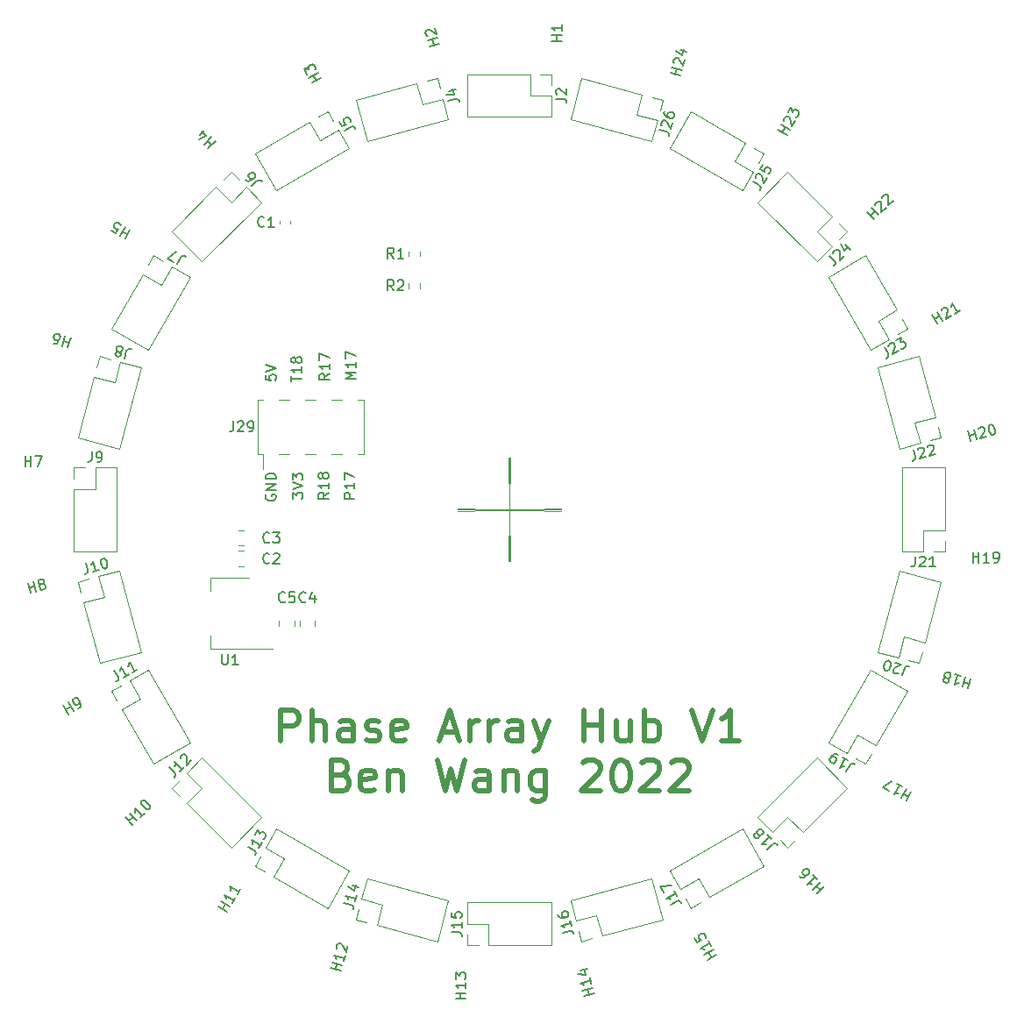
<source format=gto>
%TF.GenerationSoftware,KiCad,Pcbnew,(6.0.9)*%
%TF.CreationDate,2022-11-25T11:26:23-05:00*%
%TF.ProjectId,hub,6875622e-6b69-4636-9164-5f7063625858,rev?*%
%TF.SameCoordinates,Original*%
%TF.FileFunction,Legend,Top*%
%TF.FilePolarity,Positive*%
%FSLAX46Y46*%
G04 Gerber Fmt 4.6, Leading zero omitted, Abs format (unit mm)*
G04 Created by KiCad (PCBNEW (6.0.9)) date 2022-11-25 11:26:23*
%MOMM*%
%LPD*%
G01*
G04 APERTURE LIST*
%ADD10C,0.100000*%
%ADD11C,0.150000*%
%ADD12C,0.500000*%
%ADD13C,0.120000*%
G04 APERTURE END LIST*
D10*
X-5000000Y100000D02*
X5000000Y-100000D01*
X0Y-5000000D02*
X0Y5000000D01*
X-5000000Y-100000D02*
X5000000Y100000D01*
X-5000000Y0D02*
X5000000Y0D01*
X-100000Y-5000000D02*
X100000Y5000000D01*
X100000Y-5000000D02*
X-100000Y5000000D01*
D11*
X-23547619Y13009523D02*
X-23547619Y12533333D01*
X-23071428Y12485714D01*
X-23119047Y12533333D01*
X-23166666Y12628571D01*
X-23166666Y12866666D01*
X-23119047Y12961904D01*
X-23071428Y13009523D01*
X-22976190Y13057142D01*
X-22738095Y13057142D01*
X-22642857Y13009523D01*
X-22595238Y12961904D01*
X-22547619Y12866666D01*
X-22547619Y12628571D01*
X-22595238Y12533333D01*
X-22642857Y12485714D01*
X-23547619Y13342857D02*
X-22547619Y13676190D01*
X-23547619Y14009523D01*
X-17347619Y13157142D02*
X-17823809Y12823809D01*
X-17347619Y12585714D02*
X-18347619Y12585714D01*
X-18347619Y12966666D01*
X-18300000Y13061904D01*
X-18252380Y13109523D01*
X-18157142Y13157142D01*
X-18014285Y13157142D01*
X-17919047Y13109523D01*
X-17871428Y13061904D01*
X-17823809Y12966666D01*
X-17823809Y12585714D01*
X-17347619Y14109523D02*
X-17347619Y13538095D01*
X-17347619Y13823809D02*
X-18347619Y13823809D01*
X-18204761Y13728571D01*
X-18109523Y13633333D01*
X-18061904Y13538095D01*
X-18347619Y14442857D02*
X-18347619Y15109523D01*
X-17347619Y14680952D01*
X-17447619Y1657142D02*
X-17923809Y1323809D01*
X-17447619Y1085714D02*
X-18447619Y1085714D01*
X-18447619Y1466666D01*
X-18400000Y1561904D01*
X-18352380Y1609523D01*
X-18257142Y1657142D01*
X-18114285Y1657142D01*
X-18019047Y1609523D01*
X-17971428Y1561904D01*
X-17923809Y1466666D01*
X-17923809Y1085714D01*
X-17447619Y2609523D02*
X-17447619Y2038095D01*
X-17447619Y2323809D02*
X-18447619Y2323809D01*
X-18304761Y2228571D01*
X-18209523Y2133333D01*
X-18161904Y2038095D01*
X-18019047Y3180952D02*
X-18066666Y3085714D01*
X-18114285Y3038095D01*
X-18209523Y2990476D01*
X-18257142Y2990476D01*
X-18352380Y3038095D01*
X-18400000Y3085714D01*
X-18447619Y3180952D01*
X-18447619Y3371428D01*
X-18400000Y3466666D01*
X-18352380Y3514285D01*
X-18257142Y3561904D01*
X-18209523Y3561904D01*
X-18114285Y3514285D01*
X-18066666Y3466666D01*
X-18019047Y3371428D01*
X-18019047Y3180952D01*
X-17971428Y3085714D01*
X-17923809Y3038095D01*
X-17828571Y2990476D01*
X-17638095Y2990476D01*
X-17542857Y3038095D01*
X-17495238Y3085714D01*
X-17447619Y3180952D01*
X-17447619Y3371428D01*
X-17495238Y3466666D01*
X-17542857Y3514285D01*
X-17638095Y3561904D01*
X-17828571Y3561904D01*
X-17923809Y3514285D01*
X-17971428Y3466666D01*
X-18019047Y3371428D01*
X-14847619Y12614285D02*
X-15847619Y12614285D01*
X-15133333Y12947619D01*
X-15847619Y13280952D01*
X-14847619Y13280952D01*
X-14847619Y14280952D02*
X-14847619Y13709523D01*
X-14847619Y13995238D02*
X-15847619Y13995238D01*
X-15704761Y13900000D01*
X-15609523Y13804761D01*
X-15561904Y13709523D01*
X-15847619Y14614285D02*
X-15847619Y15280952D01*
X-14847619Y14852380D01*
X-20947619Y1061904D02*
X-20947619Y1680952D01*
X-20566666Y1347619D01*
X-20566666Y1490476D01*
X-20519047Y1585714D01*
X-20471428Y1633333D01*
X-20376190Y1680952D01*
X-20138095Y1680952D01*
X-20042857Y1633333D01*
X-19995238Y1585714D01*
X-19947619Y1490476D01*
X-19947619Y1204761D01*
X-19995238Y1109523D01*
X-20042857Y1061904D01*
X-20947619Y1966666D02*
X-19947619Y2300000D01*
X-20947619Y2633333D01*
X-20947619Y2871428D02*
X-20947619Y3490476D01*
X-20566666Y3157142D01*
X-20566666Y3300000D01*
X-20519047Y3395238D01*
X-20471428Y3442857D01*
X-20376190Y3490476D01*
X-20138095Y3490476D01*
X-20042857Y3442857D01*
X-19995238Y3395238D01*
X-19947619Y3300000D01*
X-19947619Y3014285D01*
X-19995238Y2919047D01*
X-20042857Y2871428D01*
X-14947619Y1085714D02*
X-15947619Y1085714D01*
X-15947619Y1466666D01*
X-15900000Y1561904D01*
X-15852380Y1609523D01*
X-15757142Y1657142D01*
X-15614285Y1657142D01*
X-15519047Y1609523D01*
X-15471428Y1561904D01*
X-15423809Y1466666D01*
X-15423809Y1085714D01*
X-14947619Y2609523D02*
X-14947619Y2038095D01*
X-14947619Y2323809D02*
X-15947619Y2323809D01*
X-15804761Y2228571D01*
X-15709523Y2133333D01*
X-15661904Y2038095D01*
X-15947619Y2942857D02*
X-15947619Y3609523D01*
X-14947619Y3180952D01*
X-23500000Y1438095D02*
X-23547619Y1342857D01*
X-23547619Y1200000D01*
X-23500000Y1057142D01*
X-23404761Y961904D01*
X-23309523Y914285D01*
X-23119047Y866666D01*
X-22976190Y866666D01*
X-22785714Y914285D01*
X-22690476Y961904D01*
X-22595238Y1057142D01*
X-22547619Y1200000D01*
X-22547619Y1295238D01*
X-22595238Y1438095D01*
X-22642857Y1485714D01*
X-22976190Y1485714D01*
X-22976190Y1295238D01*
X-22547619Y1914285D02*
X-23547619Y1914285D01*
X-22547619Y2485714D01*
X-23547619Y2485714D01*
X-22547619Y2961904D02*
X-23547619Y2961904D01*
X-23547619Y3200000D01*
X-23500000Y3342857D01*
X-23404761Y3438095D01*
X-23309523Y3485714D01*
X-23119047Y3533333D01*
X-22976190Y3533333D01*
X-22785714Y3485714D01*
X-22690476Y3438095D01*
X-22595238Y3342857D01*
X-22547619Y3200000D01*
X-22547619Y2961904D01*
D12*
X-22071428Y-22342142D02*
X-22071428Y-19342142D01*
X-20928571Y-19342142D01*
X-20642857Y-19485000D01*
X-20500000Y-19627857D01*
X-20357142Y-19913571D01*
X-20357142Y-20342142D01*
X-20500000Y-20627857D01*
X-20642857Y-20770714D01*
X-20928571Y-20913571D01*
X-22071428Y-20913571D01*
X-19071428Y-22342142D02*
X-19071428Y-19342142D01*
X-17785714Y-22342142D02*
X-17785714Y-20770714D01*
X-17928571Y-20485000D01*
X-18214285Y-20342142D01*
X-18642857Y-20342142D01*
X-18928571Y-20485000D01*
X-19071428Y-20627857D01*
X-15071428Y-22342142D02*
X-15071428Y-20770714D01*
X-15214285Y-20485000D01*
X-15500000Y-20342142D01*
X-16071428Y-20342142D01*
X-16357142Y-20485000D01*
X-15071428Y-22199285D02*
X-15357142Y-22342142D01*
X-16071428Y-22342142D01*
X-16357142Y-22199285D01*
X-16500000Y-21913571D01*
X-16500000Y-21627857D01*
X-16357142Y-21342142D01*
X-16071428Y-21199285D01*
X-15357142Y-21199285D01*
X-15071428Y-21056428D01*
X-13785714Y-22199285D02*
X-13500000Y-22342142D01*
X-12928571Y-22342142D01*
X-12642857Y-22199285D01*
X-12500000Y-21913571D01*
X-12500000Y-21770714D01*
X-12642857Y-21485000D01*
X-12928571Y-21342142D01*
X-13357142Y-21342142D01*
X-13642857Y-21199285D01*
X-13785714Y-20913571D01*
X-13785714Y-20770714D01*
X-13642857Y-20485000D01*
X-13357142Y-20342142D01*
X-12928571Y-20342142D01*
X-12642857Y-20485000D01*
X-10071428Y-22199285D02*
X-10357142Y-22342142D01*
X-10928571Y-22342142D01*
X-11214285Y-22199285D01*
X-11357142Y-21913571D01*
X-11357142Y-20770714D01*
X-11214285Y-20485000D01*
X-10928571Y-20342142D01*
X-10357142Y-20342142D01*
X-10071428Y-20485000D01*
X-9928571Y-20770714D01*
X-9928571Y-21056428D01*
X-11357142Y-21342142D01*
X-6500000Y-21485000D02*
X-5071428Y-21485000D01*
X-6785714Y-22342142D02*
X-5785714Y-19342142D01*
X-4785714Y-22342142D01*
X-3785714Y-22342142D02*
X-3785714Y-20342142D01*
X-3785714Y-20913571D02*
X-3642857Y-20627857D01*
X-3500000Y-20485000D01*
X-3214285Y-20342142D01*
X-2928571Y-20342142D01*
X-1928571Y-22342142D02*
X-1928571Y-20342142D01*
X-1928571Y-20913571D02*
X-1785714Y-20627857D01*
X-1642857Y-20485000D01*
X-1357142Y-20342142D01*
X-1071428Y-20342142D01*
X1214285Y-22342142D02*
X1214285Y-20770714D01*
X1071428Y-20485000D01*
X785714Y-20342142D01*
X214285Y-20342142D01*
X-71428Y-20485000D01*
X1214285Y-22199285D02*
X928571Y-22342142D01*
X214285Y-22342142D01*
X-71428Y-22199285D01*
X-214285Y-21913571D01*
X-214285Y-21627857D01*
X-71428Y-21342142D01*
X214285Y-21199285D01*
X928571Y-21199285D01*
X1214285Y-21056428D01*
X2357142Y-20342142D02*
X3071428Y-22342142D01*
X3785714Y-20342142D02*
X3071428Y-22342142D01*
X2785714Y-23056428D01*
X2642857Y-23199285D01*
X2357142Y-23342142D01*
X7214285Y-22342142D02*
X7214285Y-19342142D01*
X7214285Y-20770714D02*
X8928571Y-20770714D01*
X8928571Y-22342142D02*
X8928571Y-19342142D01*
X11642857Y-20342142D02*
X11642857Y-22342142D01*
X10357142Y-20342142D02*
X10357142Y-21913571D01*
X10499999Y-22199285D01*
X10785714Y-22342142D01*
X11214285Y-22342142D01*
X11499999Y-22199285D01*
X11642857Y-22056428D01*
X13071428Y-22342142D02*
X13071428Y-19342142D01*
X13071428Y-20485000D02*
X13357142Y-20342142D01*
X13928571Y-20342142D01*
X14214285Y-20485000D01*
X14357142Y-20627857D01*
X14499999Y-20913571D01*
X14499999Y-21770714D01*
X14357142Y-22056428D01*
X14214285Y-22199285D01*
X13928571Y-22342142D01*
X13357142Y-22342142D01*
X13071428Y-22199285D01*
X17642857Y-19342142D02*
X18642857Y-22342142D01*
X19642857Y-19342142D01*
X22214285Y-22342142D02*
X20500000Y-22342142D01*
X21357142Y-22342142D02*
X21357142Y-19342142D01*
X21071428Y-19770714D01*
X20785714Y-20056428D01*
X20500000Y-20199285D01*
X-16214285Y-25600714D02*
X-15785714Y-25743571D01*
X-15642857Y-25886428D01*
X-15500000Y-26172142D01*
X-15500000Y-26600714D01*
X-15642857Y-26886428D01*
X-15785714Y-27029285D01*
X-16071428Y-27172142D01*
X-17214285Y-27172142D01*
X-17214285Y-24172142D01*
X-16214285Y-24172142D01*
X-15928571Y-24315000D01*
X-15785714Y-24457857D01*
X-15642857Y-24743571D01*
X-15642857Y-25029285D01*
X-15785714Y-25315000D01*
X-15928571Y-25457857D01*
X-16214285Y-25600714D01*
X-17214285Y-25600714D01*
X-13071428Y-27029285D02*
X-13357142Y-27172142D01*
X-13928571Y-27172142D01*
X-14214285Y-27029285D01*
X-14357142Y-26743571D01*
X-14357142Y-25600714D01*
X-14214285Y-25315000D01*
X-13928571Y-25172142D01*
X-13357142Y-25172142D01*
X-13071428Y-25315000D01*
X-12928571Y-25600714D01*
X-12928571Y-25886428D01*
X-14357142Y-26172142D01*
X-11642857Y-25172142D02*
X-11642857Y-27172142D01*
X-11642857Y-25457857D02*
X-11500000Y-25315000D01*
X-11214285Y-25172142D01*
X-10785714Y-25172142D01*
X-10500000Y-25315000D01*
X-10357142Y-25600714D01*
X-10357142Y-27172142D01*
X-6928571Y-24172142D02*
X-6214285Y-27172142D01*
X-5642857Y-25029285D01*
X-5071428Y-27172142D01*
X-4357142Y-24172142D01*
X-1928571Y-27172142D02*
X-1928571Y-25600714D01*
X-2071428Y-25315000D01*
X-2357142Y-25172142D01*
X-2928571Y-25172142D01*
X-3214285Y-25315000D01*
X-1928571Y-27029285D02*
X-2214285Y-27172142D01*
X-2928571Y-27172142D01*
X-3214285Y-27029285D01*
X-3357142Y-26743571D01*
X-3357142Y-26457857D01*
X-3214285Y-26172142D01*
X-2928571Y-26029285D01*
X-2214285Y-26029285D01*
X-1928571Y-25886428D01*
X-500000Y-25172142D02*
X-500000Y-27172142D01*
X-500000Y-25457857D02*
X-357142Y-25315000D01*
X-71428Y-25172142D01*
X357142Y-25172142D01*
X642857Y-25315000D01*
X785714Y-25600714D01*
X785714Y-27172142D01*
X3500000Y-25172142D02*
X3500000Y-27600714D01*
X3357142Y-27886428D01*
X3214285Y-28029285D01*
X2928571Y-28172142D01*
X2500000Y-28172142D01*
X2214285Y-28029285D01*
X3500000Y-27029285D02*
X3214285Y-27172142D01*
X2642857Y-27172142D01*
X2357142Y-27029285D01*
X2214285Y-26886428D01*
X2071428Y-26600714D01*
X2071428Y-25743571D01*
X2214285Y-25457857D01*
X2357142Y-25315000D01*
X2642857Y-25172142D01*
X3214285Y-25172142D01*
X3500000Y-25315000D01*
X7071428Y-24457857D02*
X7214285Y-24315000D01*
X7499999Y-24172142D01*
X8214285Y-24172142D01*
X8499999Y-24315000D01*
X8642857Y-24457857D01*
X8785714Y-24743571D01*
X8785714Y-25029285D01*
X8642857Y-25457857D01*
X6928571Y-27172142D01*
X8785714Y-27172142D01*
X10642857Y-24172142D02*
X10928571Y-24172142D01*
X11214285Y-24315000D01*
X11357142Y-24457857D01*
X11499999Y-24743571D01*
X11642857Y-25315000D01*
X11642857Y-26029285D01*
X11499999Y-26600714D01*
X11357142Y-26886428D01*
X11214285Y-27029285D01*
X10928571Y-27172142D01*
X10642857Y-27172142D01*
X10357142Y-27029285D01*
X10214285Y-26886428D01*
X10071428Y-26600714D01*
X9928571Y-26029285D01*
X9928571Y-25315000D01*
X10071428Y-24743571D01*
X10214285Y-24457857D01*
X10357142Y-24315000D01*
X10642857Y-24172142D01*
X12785714Y-24457857D02*
X12928571Y-24315000D01*
X13214285Y-24172142D01*
X13928571Y-24172142D01*
X14214285Y-24315000D01*
X14357142Y-24457857D01*
X14499999Y-24743571D01*
X14499999Y-25029285D01*
X14357142Y-25457857D01*
X12642857Y-27172142D01*
X14499999Y-27172142D01*
X15642857Y-24457857D02*
X15785714Y-24315000D01*
X16071428Y-24172142D01*
X16785714Y-24172142D01*
X17071428Y-24315000D01*
X17214285Y-24457857D01*
X17357142Y-24743571D01*
X17357142Y-25029285D01*
X17214285Y-25457857D01*
X15500000Y-27172142D01*
X17357142Y-27172142D01*
D11*
X-21047619Y12361904D02*
X-21047619Y12933333D01*
X-20047619Y12647619D02*
X-21047619Y12647619D01*
X-20047619Y13790476D02*
X-20047619Y13219047D01*
X-20047619Y13504761D02*
X-21047619Y13504761D01*
X-20904761Y13409523D01*
X-20809523Y13314285D01*
X-20761904Y13219047D01*
X-20619047Y14361904D02*
X-20666666Y14266666D01*
X-20714285Y14219047D01*
X-20809523Y14171428D01*
X-20857142Y14171428D01*
X-20952380Y14219047D01*
X-21000000Y14266666D01*
X-21047619Y14361904D01*
X-21047619Y14552380D01*
X-21000000Y14647619D01*
X-20952380Y14695238D01*
X-20857142Y14742857D01*
X-20809523Y14742857D01*
X-20714285Y14695238D01*
X-20666666Y14647619D01*
X-20619047Y14552380D01*
X-20619047Y14361904D01*
X-20571428Y14266666D01*
X-20523809Y14219047D01*
X-20428571Y14171428D01*
X-20238095Y14171428D01*
X-20142857Y14219047D01*
X-20095238Y14266666D01*
X-20047619Y14361904D01*
X-20047619Y14552380D01*
X-20095238Y14647619D01*
X-20142857Y14695238D01*
X-20238095Y14742857D01*
X-20428571Y14742857D01*
X-20523809Y14695238D01*
X-20571428Y14647619D01*
X-20619047Y14552380D01*
%TO.C,J11*%
X-38145894Y-15548421D02*
X-37788751Y-16167011D01*
X-37758562Y-16314538D01*
X-37793422Y-16444636D01*
X-37893330Y-16557304D01*
X-37975809Y-16604923D01*
X-36779869Y-15914447D02*
X-37274740Y-16200161D01*
X-37027305Y-16057304D02*
X-37527305Y-15191279D01*
X-37538355Y-15362616D01*
X-37573214Y-15492713D01*
X-37631883Y-15581572D01*
X-35955083Y-15438256D02*
X-36449954Y-15723971D01*
X-36202519Y-15581113D02*
X-36702519Y-14715088D01*
X-36713569Y-14886425D01*
X-36748428Y-15016523D01*
X-36807097Y-15105381D01*
%TO.C,H7*%
X-46761904Y4197619D02*
X-46761904Y5197619D01*
X-46761904Y4721428D02*
X-46190476Y4721428D01*
X-46190476Y4197619D02*
X-46190476Y5197619D01*
X-45809523Y5197619D02*
X-45142857Y5197619D01*
X-45571428Y4197619D01*
%TO.C,H15*%
X19983803Y-43008200D02*
X19117777Y-43508200D01*
X19530170Y-43270105D02*
X19244456Y-42775233D01*
X19698088Y-42513328D02*
X18832063Y-43013328D01*
X19198088Y-41647303D02*
X19483803Y-42142175D01*
X19340945Y-41894739D02*
X18474920Y-42394739D01*
X18646257Y-42405789D01*
X18776355Y-42440648D01*
X18865213Y-42499317D01*
X17879682Y-41363756D02*
X18117777Y-41776149D01*
X18553980Y-41579293D01*
X18488931Y-41561863D01*
X18400073Y-41503194D01*
X18281025Y-41296998D01*
X18274645Y-41190710D01*
X18292075Y-41125661D01*
X18350744Y-41036803D01*
X18556941Y-40917755D01*
X18663229Y-40911375D01*
X18728277Y-40928805D01*
X18817136Y-40987474D01*
X18936183Y-41193671D01*
X18942563Y-41299959D01*
X18925133Y-41365007D01*
%TO.C,J10*%
X-40870331Y-5145737D02*
X-40685460Y-5835684D01*
X-40694482Y-5985998D01*
X-40761826Y-6102641D01*
X-40887490Y-6185611D01*
X-40979483Y-6210261D01*
X-39645586Y-5852844D02*
X-40197543Y-6000741D01*
X-39921565Y-5926792D02*
X-40180384Y-4960867D01*
X-40235402Y-5123505D01*
X-40302746Y-5240148D01*
X-40382414Y-5310794D01*
X-39306451Y-4726697D02*
X-39214458Y-4702048D01*
X-39110140Y-4723395D01*
X-39051819Y-4757066D01*
X-38981173Y-4836735D01*
X-38885878Y-5008396D01*
X-38824254Y-5238378D01*
X-38820952Y-5434689D01*
X-38842299Y-5539006D01*
X-38875971Y-5597327D01*
X-38955639Y-5667973D01*
X-39047632Y-5692623D01*
X-39151949Y-5671276D01*
X-39210271Y-5637604D01*
X-39280916Y-5557936D01*
X-39376212Y-5386275D01*
X-39437835Y-5156292D01*
X-39441138Y-4959982D01*
X-39419791Y-4855664D01*
X-39386119Y-4797343D01*
X-39306451Y-4726697D01*
%TO.C,J13*%
X-25261101Y-32538275D02*
X-24642512Y-32895418D01*
X-24542603Y-33008086D01*
X-24507744Y-33138184D01*
X-24537933Y-33285711D01*
X-24585552Y-33368190D01*
X-23895076Y-32172250D02*
X-24180790Y-32667121D01*
X-24037933Y-32419686D02*
X-24903959Y-31919686D01*
X-24827860Y-32073593D01*
X-24793000Y-32203690D01*
X-24799380Y-32309979D01*
X-24594435Y-31383575D02*
X-24284911Y-30847464D01*
X-24121663Y-31326615D01*
X-24050235Y-31202897D01*
X-23961376Y-31144228D01*
X-23896327Y-31126798D01*
X-23790039Y-31133178D01*
X-23583843Y-31252226D01*
X-23525174Y-31341084D01*
X-23507744Y-31406133D01*
X-23514124Y-31512421D01*
X-23656981Y-31759857D01*
X-23745839Y-31818526D01*
X-23810888Y-31835956D01*
%TO.C,C1*%
X-23666666Y27392857D02*
X-23714285Y27345238D01*
X-23857142Y27297619D01*
X-23952380Y27297619D01*
X-24095238Y27345238D01*
X-24190476Y27440476D01*
X-24238095Y27535714D01*
X-24285714Y27726190D01*
X-24285714Y27869047D01*
X-24238095Y28059523D01*
X-24190476Y28154761D01*
X-24095238Y28250000D01*
X-23952380Y28297619D01*
X-23857142Y28297619D01*
X-23714285Y28250000D01*
X-23666666Y28202380D01*
X-22714285Y27297619D02*
X-23285714Y27297619D01*
X-23000000Y27297619D02*
X-23000000Y28297619D01*
X-23095238Y28154761D01*
X-23190476Y28059523D01*
X-23285714Y28011904D01*
%TO.C,H9*%
X-42595807Y-19745707D02*
X-43095807Y-18879682D01*
X-42857712Y-19292075D02*
X-42362840Y-19006361D01*
X-42100935Y-19459993D02*
X-42600935Y-18593968D01*
X-41647303Y-19198088D02*
X-41482346Y-19102850D01*
X-41423677Y-19013992D01*
X-41406247Y-18948943D01*
X-41395197Y-18777606D01*
X-41449196Y-18588839D01*
X-41639672Y-18258925D01*
X-41728530Y-18200256D01*
X-41793579Y-18182826D01*
X-41899867Y-18189206D01*
X-42064824Y-18284444D01*
X-42123493Y-18373302D01*
X-42140923Y-18438351D01*
X-42134543Y-18544639D01*
X-42015496Y-18750836D01*
X-41926637Y-18809505D01*
X-41861589Y-18826934D01*
X-41755300Y-18820555D01*
X-41590343Y-18725317D01*
X-41531674Y-18636458D01*
X-41514244Y-18571409D01*
X-41520624Y-18465121D01*
%TO.C,H1*%
X5102380Y45238095D02*
X4102380Y45238095D01*
X4578571Y45238095D02*
X4578571Y45809523D01*
X5102380Y45809523D02*
X4102380Y45809523D01*
X5102380Y46809523D02*
X5102380Y46238095D01*
X5102380Y46523809D02*
X4102380Y46523809D01*
X4245238Y46428571D01*
X4340476Y46333333D01*
X4388095Y46238095D01*
%TO.C,J22*%
X39022982Y5784616D02*
X39207853Y5094669D01*
X39198831Y4944355D01*
X39131487Y4827712D01*
X39005823Y4744742D01*
X38913830Y4720092D01*
X39461600Y5803545D02*
X39495272Y5861866D01*
X39574940Y5932512D01*
X39804922Y5994136D01*
X39909240Y5972789D01*
X39967561Y5939117D01*
X40038207Y5859449D01*
X40062856Y5767456D01*
X40053834Y5617142D01*
X39649773Y4917288D01*
X40247727Y5077509D01*
X40381529Y6050040D02*
X40415201Y6108361D01*
X40494869Y6179007D01*
X40724852Y6240630D01*
X40829169Y6219283D01*
X40887490Y6185611D01*
X40958136Y6105943D01*
X40982786Y6013950D01*
X40973763Y5863636D01*
X40569702Y5163782D01*
X41167657Y5324003D01*
%TO.C,C5*%
X-21666666Y-8857142D02*
X-21714285Y-8904761D01*
X-21857142Y-8952380D01*
X-21952380Y-8952380D01*
X-22095238Y-8904761D01*
X-22190476Y-8809523D01*
X-22238095Y-8714285D01*
X-22285714Y-8523809D01*
X-22285714Y-8380952D01*
X-22238095Y-8190476D01*
X-22190476Y-8095238D01*
X-22095238Y-8000000D01*
X-21952380Y-7952380D01*
X-21857142Y-7952380D01*
X-21714285Y-8000000D01*
X-21666666Y-8047619D01*
X-20761904Y-7952380D02*
X-21238095Y-7952380D01*
X-21285714Y-8428571D01*
X-21238095Y-8380952D01*
X-21142857Y-8333333D01*
X-20904761Y-8333333D01*
X-20809523Y-8380952D01*
X-20761904Y-8428571D01*
X-20714285Y-8523809D01*
X-20714285Y-8761904D01*
X-20761904Y-8857142D01*
X-20809523Y-8904761D01*
X-20904761Y-8952380D01*
X-21142857Y-8952380D01*
X-21238095Y-8904761D01*
X-21285714Y-8857142D01*
%TO.C,H10*%
X-36370542Y-30434212D02*
X-37077649Y-29727105D01*
X-36740932Y-30063822D02*
X-36336871Y-29659761D01*
X-35966481Y-30030151D02*
X-36673588Y-29323044D01*
X-35259375Y-29323044D02*
X-35663436Y-29727105D01*
X-35461405Y-29525074D02*
X-36168512Y-28817968D01*
X-36134840Y-28986326D01*
X-36134840Y-29121013D01*
X-36168512Y-29222029D01*
X-35528749Y-28178204D02*
X-35461405Y-28110861D01*
X-35360390Y-28077189D01*
X-35293046Y-28077189D01*
X-35192031Y-28110861D01*
X-35023672Y-28211876D01*
X-34855314Y-28380235D01*
X-34754298Y-28548594D01*
X-34720627Y-28649609D01*
X-34720627Y-28716952D01*
X-34754298Y-28817968D01*
X-34821642Y-28885311D01*
X-34922657Y-28918983D01*
X-34990001Y-28918983D01*
X-35091016Y-28885311D01*
X-35259375Y-28784296D01*
X-35427733Y-28615937D01*
X-35528749Y-28447578D01*
X-35562420Y-28346563D01*
X-35562420Y-28279220D01*
X-35528749Y-28178204D01*
%TO.C,J24*%
X30902586Y24521116D02*
X31407662Y24016040D01*
X31475005Y23881353D01*
X31475005Y23746666D01*
X31407662Y23611979D01*
X31340318Y23544635D01*
X31272975Y24756818D02*
X31272975Y24824162D01*
X31306647Y24925177D01*
X31475005Y25093536D01*
X31576021Y25127207D01*
X31643364Y25127207D01*
X31744379Y25093536D01*
X31811723Y25026192D01*
X31879066Y24891505D01*
X31879066Y24083383D01*
X32316799Y24521116D01*
X32451486Y25598612D02*
X32922891Y25127207D01*
X32013753Y25699627D02*
X32350471Y25026192D01*
X32788204Y25463925D01*
%TO.C,J21*%
X39190476Y-4512380D02*
X39190476Y-5226666D01*
X39142857Y-5369523D01*
X39047619Y-5464761D01*
X38904761Y-5512380D01*
X38809523Y-5512380D01*
X39619047Y-4607619D02*
X39666666Y-4560000D01*
X39761904Y-4512380D01*
X40000000Y-4512380D01*
X40095238Y-4560000D01*
X40142857Y-4607619D01*
X40190476Y-4702857D01*
X40190476Y-4798095D01*
X40142857Y-4940952D01*
X39571428Y-5512380D01*
X40190476Y-5512380D01*
X41142857Y-5512380D02*
X40571428Y-5512380D01*
X40857142Y-5512380D02*
X40857142Y-4512380D01*
X40761904Y-4655238D01*
X40666666Y-4750476D01*
X40571428Y-4798095D01*
%TO.C,U1*%
X-27761904Y-13952380D02*
X-27761904Y-14761904D01*
X-27714285Y-14857142D01*
X-27666666Y-14904761D01*
X-27571428Y-14952380D01*
X-27380952Y-14952380D01*
X-27285714Y-14904761D01*
X-27238095Y-14857142D01*
X-27190476Y-14761904D01*
X-27190476Y-13952380D01*
X-26190476Y-14952380D02*
X-26761904Y-14952380D01*
X-26476190Y-14952380D02*
X-26476190Y-13952380D01*
X-26571428Y-14095238D01*
X-26666666Y-14190476D01*
X-26761904Y-14238095D01*
%TO.C,J12*%
X-32821875Y-24891505D02*
X-32316799Y-25396581D01*
X-32249456Y-25531268D01*
X-32249456Y-25665955D01*
X-32316799Y-25800642D01*
X-32384143Y-25867986D01*
X-31407662Y-24891505D02*
X-31811723Y-25295566D01*
X-31609692Y-25093536D02*
X-32316799Y-24386429D01*
X-32283127Y-24554788D01*
X-32283127Y-24689475D01*
X-32316799Y-24790490D01*
X-31778051Y-23982368D02*
X-31778051Y-23915024D01*
X-31744379Y-23814009D01*
X-31576021Y-23645650D01*
X-31475005Y-23611979D01*
X-31407662Y-23611979D01*
X-31306647Y-23645650D01*
X-31239303Y-23712994D01*
X-31171960Y-23847681D01*
X-31171960Y-24655803D01*
X-30734227Y-24218070D01*
%TO.C,J19*%
X32538275Y-25261101D02*
X32895418Y-24642512D01*
X33008086Y-24542603D01*
X33138184Y-24507744D01*
X33285711Y-24537933D01*
X33368190Y-24585552D01*
X32172250Y-23895076D02*
X32667121Y-24180790D01*
X32419686Y-24037933D02*
X31919686Y-24903959D01*
X32073593Y-24827860D01*
X32203690Y-24793000D01*
X32309979Y-24799380D01*
X31759857Y-23656981D02*
X31594899Y-23561743D01*
X31488611Y-23555363D01*
X31423563Y-23572793D01*
X31269655Y-23648892D01*
X31133178Y-23790039D01*
X30942702Y-24119954D01*
X30936322Y-24226242D01*
X30953752Y-24291291D01*
X31012421Y-24380149D01*
X31177378Y-24475387D01*
X31283666Y-24481767D01*
X31348715Y-24464337D01*
X31437573Y-24405668D01*
X31556621Y-24199471D01*
X31563001Y-24093183D01*
X31545571Y-24028135D01*
X31486902Y-23939276D01*
X31321945Y-23844038D01*
X31215657Y-23837658D01*
X31150608Y-23855088D01*
X31061749Y-23913757D01*
%TO.C,J26*%
X14501866Y36687203D02*
X15191813Y36502332D01*
X15317478Y36419361D01*
X15384821Y36302719D01*
X15393843Y36152405D01*
X15369194Y36060412D01*
X14704781Y37076522D02*
X14671110Y37134843D01*
X14649763Y37239160D01*
X14711386Y37469143D01*
X14782032Y37548811D01*
X14840353Y37582483D01*
X14944671Y37603830D01*
X15036664Y37579180D01*
X15162328Y37496210D01*
X15566389Y36796355D01*
X15726611Y37394310D01*
X14982530Y38481065D02*
X14933231Y38297079D01*
X14954578Y38192762D01*
X14988250Y38134440D01*
X15101590Y38005473D01*
X15273251Y37910178D01*
X15641223Y37811580D01*
X15745540Y37832927D01*
X15803862Y37866599D01*
X15874507Y37946267D01*
X15923806Y38130253D01*
X15902459Y38234571D01*
X15868787Y38292892D01*
X15789119Y38363538D01*
X15559137Y38425161D01*
X15454819Y38403814D01*
X15396498Y38370143D01*
X15325852Y38290474D01*
X15276553Y38106488D01*
X15297900Y38002171D01*
X15331572Y37943850D01*
X15411240Y37873204D01*
%TO.C,J2*%
X4512380Y39666666D02*
X5226666Y39666666D01*
X5369523Y39619047D01*
X5464761Y39523809D01*
X5512380Y39380952D01*
X5512380Y39285714D01*
X4607619Y40095238D02*
X4560000Y40142857D01*
X4512380Y40238095D01*
X4512380Y40476190D01*
X4560000Y40571428D01*
X4607619Y40619047D01*
X4702857Y40666666D01*
X4798095Y40666666D01*
X4940952Y40619047D01*
X5512380Y40047619D01*
X5512380Y40666666D01*
%TO.C,H13*%
X-4197619Y-47238095D02*
X-5197619Y-47238095D01*
X-4721428Y-47238095D02*
X-4721428Y-46666666D01*
X-4197619Y-46666666D02*
X-5197619Y-46666666D01*
X-4197619Y-45666666D02*
X-4197619Y-46238095D01*
X-4197619Y-45952380D02*
X-5197619Y-45952380D01*
X-5054761Y-46047619D01*
X-4959523Y-46142857D01*
X-4911904Y-46238095D01*
X-5197619Y-45333333D02*
X-5197619Y-44714285D01*
X-4816666Y-45047619D01*
X-4816666Y-44904761D01*
X-4769047Y-44809523D01*
X-4721428Y-44761904D01*
X-4626190Y-44714285D01*
X-4388095Y-44714285D01*
X-4292857Y-44761904D01*
X-4245238Y-44809523D01*
X-4197619Y-44904761D01*
X-4197619Y-45190476D01*
X-4245238Y-45285714D01*
X-4292857Y-45333333D01*
%TO.C,J5*%
X-15925497Y36608532D02*
X-15306907Y36965675D01*
X-15159380Y36995864D01*
X-15029282Y36961004D01*
X-14916614Y36861096D01*
X-14868995Y36778617D01*
X-16401687Y37433318D02*
X-16163592Y37020925D01*
X-15727390Y37217781D01*
X-15792438Y37235211D01*
X-15881297Y37293880D01*
X-16000344Y37500076D01*
X-16006724Y37606364D01*
X-15989294Y37671413D01*
X-15930625Y37760272D01*
X-15724429Y37879319D01*
X-15618141Y37885699D01*
X-15553092Y37868269D01*
X-15464233Y37809600D01*
X-15345186Y37603404D01*
X-15338806Y37497115D01*
X-15356236Y37432067D01*
%TO.C,H17*%
X38810581Y-27254292D02*
X38310581Y-28120317D01*
X38548676Y-27707924D02*
X38053804Y-27422210D01*
X38315709Y-26968577D02*
X37815709Y-27834603D01*
X37449684Y-26468577D02*
X37944556Y-26754292D01*
X37697120Y-26611435D02*
X37197120Y-27477460D01*
X37351027Y-27401361D01*
X37481125Y-27366502D01*
X37587413Y-27372881D01*
X36661009Y-27167936D02*
X36083658Y-26834603D01*
X36954812Y-26182863D01*
%TO.C,J18*%
X24891505Y-32821875D02*
X25396581Y-32316799D01*
X25531268Y-32249456D01*
X25665955Y-32249456D01*
X25800642Y-32316799D01*
X25867986Y-32384143D01*
X24891505Y-31407662D02*
X25295566Y-31811723D01*
X25093536Y-31609692D02*
X24386429Y-32316799D01*
X24554788Y-32283127D01*
X24689475Y-32283127D01*
X24790490Y-32316799D01*
X24083383Y-31407662D02*
X24117055Y-31508677D01*
X24117055Y-31576021D01*
X24083383Y-31677036D01*
X24049711Y-31710708D01*
X23948696Y-31744379D01*
X23881353Y-31744379D01*
X23780337Y-31710708D01*
X23645650Y-31576021D01*
X23611979Y-31475005D01*
X23611979Y-31407662D01*
X23645650Y-31306647D01*
X23679322Y-31272975D01*
X23780337Y-31239303D01*
X23847681Y-31239303D01*
X23948696Y-31272975D01*
X24083383Y-31407662D01*
X24184398Y-31441334D01*
X24251742Y-31441334D01*
X24352757Y-31407662D01*
X24487444Y-31272975D01*
X24521116Y-31171960D01*
X24521116Y-31104616D01*
X24487444Y-31003601D01*
X24352757Y-30868914D01*
X24251742Y-30835242D01*
X24184398Y-30835242D01*
X24083383Y-30868914D01*
X23948696Y-31003601D01*
X23915024Y-31104616D01*
X23915024Y-31171960D01*
X23948696Y-31272975D01*
%TO.C,J8*%
X-37147167Y14625113D02*
X-36962297Y15315060D01*
X-36879326Y15440725D01*
X-36762684Y15508068D01*
X-36612370Y15517091D01*
X-36520377Y15492441D01*
X-37634199Y15199303D02*
X-37554531Y15128657D01*
X-37520859Y15070336D01*
X-37499512Y14966018D01*
X-37511837Y14920021D01*
X-37582483Y14840353D01*
X-37640804Y14806681D01*
X-37745122Y14785334D01*
X-37929107Y14834633D01*
X-38008776Y14905279D01*
X-38042447Y14963600D01*
X-38063794Y15067918D01*
X-38051470Y15113914D01*
X-37980824Y15193583D01*
X-37922503Y15227254D01*
X-37818185Y15248601D01*
X-37634199Y15199303D01*
X-37529881Y15220650D01*
X-37471560Y15254321D01*
X-37400914Y15333990D01*
X-37351615Y15517976D01*
X-37372963Y15622293D01*
X-37406634Y15680614D01*
X-37486303Y15751260D01*
X-37670288Y15800559D01*
X-37774606Y15779212D01*
X-37832927Y15745540D01*
X-37903573Y15665872D01*
X-37952872Y15481886D01*
X-37931525Y15377569D01*
X-37897853Y15319247D01*
X-37818185Y15248601D01*
%TO.C,H22*%
X35259375Y28043517D02*
X34552268Y28750624D01*
X34888985Y28413907D02*
X35293046Y28817968D01*
X35663436Y28447578D02*
X34956329Y29154685D01*
X35326718Y29390387D02*
X35326718Y29457731D01*
X35360390Y29558746D01*
X35528749Y29727105D01*
X35629764Y29760777D01*
X35697107Y29760777D01*
X35798123Y29727105D01*
X35865466Y29659761D01*
X35932810Y29525074D01*
X35932810Y28716952D01*
X36370542Y29154685D01*
X36000153Y30063822D02*
X36000153Y30131166D01*
X36033825Y30232181D01*
X36202184Y30400540D01*
X36303199Y30434212D01*
X36370542Y30434212D01*
X36471558Y30400540D01*
X36538901Y30333196D01*
X36606245Y30198509D01*
X36606245Y29390387D01*
X37043977Y29828120D01*
%TO.C,H24*%
X16513754Y41916086D02*
X15547828Y42174905D01*
X16007793Y42051657D02*
X16155690Y42603615D01*
X16661651Y42468043D02*
X15695725Y42726862D01*
X15898640Y43116181D02*
X15864969Y43174502D01*
X15843622Y43278820D01*
X15905245Y43508802D01*
X15975891Y43588470D01*
X16034212Y43622142D01*
X16138530Y43643489D01*
X16230523Y43618840D01*
X16356188Y43535869D01*
X16760249Y42836015D01*
X16920470Y43433969D01*
X16498364Y44434451D02*
X17142315Y44261905D01*
X16068769Y44303067D02*
X16697092Y43888214D01*
X16857314Y44486168D01*
%TO.C,C4*%
X-19666666Y-8857142D02*
X-19714285Y-8904761D01*
X-19857142Y-8952380D01*
X-19952380Y-8952380D01*
X-20095238Y-8904761D01*
X-20190476Y-8809523D01*
X-20238095Y-8714285D01*
X-20285714Y-8523809D01*
X-20285714Y-8380952D01*
X-20238095Y-8190476D01*
X-20190476Y-8095238D01*
X-20095238Y-8000000D01*
X-19952380Y-7952380D01*
X-19857142Y-7952380D01*
X-19714285Y-8000000D01*
X-19666666Y-8047619D01*
X-18809523Y-8285714D02*
X-18809523Y-8952380D01*
X-19047619Y-7904761D02*
X-19285714Y-8619047D01*
X-18666666Y-8619047D01*
%TO.C,J9*%
X-40333333Y5607619D02*
X-40333333Y4893333D01*
X-40380952Y4750476D01*
X-40476190Y4655238D01*
X-40619047Y4607619D01*
X-40714285Y4607619D01*
X-39809523Y4607619D02*
X-39619047Y4607619D01*
X-39523809Y4655238D01*
X-39476190Y4702857D01*
X-39380952Y4845714D01*
X-39333333Y5036190D01*
X-39333333Y5417142D01*
X-39380952Y5512380D01*
X-39428571Y5560000D01*
X-39523809Y5607619D01*
X-39714285Y5607619D01*
X-39809523Y5560000D01*
X-39857142Y5512380D01*
X-39904761Y5417142D01*
X-39904761Y5179047D01*
X-39857142Y5083809D01*
X-39809523Y5036190D01*
X-39714285Y4988571D01*
X-39523809Y4988571D01*
X-39428571Y5036190D01*
X-39380952Y5083809D01*
X-39333333Y5179047D01*
%TO.C,H23*%
X26799743Y36213756D02*
X25933718Y36713756D01*
X26346111Y36475661D02*
X26631825Y36970533D01*
X27085458Y36708628D02*
X26219432Y37208628D01*
X26516196Y37532162D02*
X26498767Y37597211D01*
X26505146Y37703499D01*
X26624194Y37909696D01*
X26713052Y37968365D01*
X26778101Y37985795D01*
X26884389Y37979415D01*
X26966868Y37931796D01*
X27066776Y37819128D01*
X27275934Y37038542D01*
X27585458Y37574653D01*
X26886099Y38363328D02*
X27195623Y38899439D01*
X27358870Y38420288D01*
X27430299Y38544006D01*
X27519157Y38602675D01*
X27584206Y38620105D01*
X27690494Y38613725D01*
X27896691Y38494677D01*
X27955360Y38405819D01*
X27972790Y38340770D01*
X27966410Y38234482D01*
X27823553Y37987046D01*
X27734694Y37928377D01*
X27669646Y37910947D01*
%TO.C,J20*%
X37967614Y-15978825D02*
X38152485Y-15288878D01*
X38235456Y-15163213D01*
X38352098Y-15095870D01*
X38502412Y-15086848D01*
X38594405Y-15111497D01*
X37578295Y-15775910D02*
X37519974Y-15809581D01*
X37415657Y-15830928D01*
X37185674Y-15769305D01*
X37106006Y-15698659D01*
X37072334Y-15640338D01*
X37050987Y-15536020D01*
X37075637Y-15444027D01*
X37158607Y-15318363D01*
X37858462Y-14914302D01*
X37260507Y-14754080D01*
X36403734Y-15559785D02*
X36311741Y-15535135D01*
X36232073Y-15464489D01*
X36198401Y-15406168D01*
X36177054Y-15301851D01*
X36180357Y-15105540D01*
X36241980Y-14875558D01*
X36337276Y-14703896D01*
X36407922Y-14624228D01*
X36466243Y-14590556D01*
X36570560Y-14569209D01*
X36662553Y-14593859D01*
X36742222Y-14664505D01*
X36775893Y-14722826D01*
X36797240Y-14827144D01*
X36793938Y-15023454D01*
X36732314Y-15253437D01*
X36637019Y-15425098D01*
X36566373Y-15504766D01*
X36508052Y-15538438D01*
X36403734Y-15559785D01*
%TO.C,H18*%
X44542071Y-16280707D02*
X44283252Y-17246633D01*
X44406500Y-16786668D02*
X43854542Y-16638771D01*
X43990114Y-16132810D02*
X43731295Y-17098736D01*
X43024188Y-15873991D02*
X43576146Y-16021888D01*
X43300167Y-15947939D02*
X43041348Y-16913865D01*
X43170315Y-16800525D01*
X43286957Y-16733182D01*
X43391275Y-16711835D01*
X42324334Y-16278052D02*
X42404002Y-16348698D01*
X42437674Y-16407019D01*
X42459021Y-16511337D01*
X42446696Y-16557333D01*
X42376050Y-16637001D01*
X42317729Y-16670673D01*
X42213411Y-16692020D01*
X42029425Y-16642721D01*
X41949757Y-16572076D01*
X41916086Y-16513754D01*
X41894738Y-16409437D01*
X41907063Y-16363440D01*
X41977709Y-16283772D01*
X42036030Y-16250100D01*
X42140348Y-16228753D01*
X42324334Y-16278052D01*
X42428651Y-16256705D01*
X42486973Y-16223033D01*
X42557619Y-16143365D01*
X42606917Y-15959379D01*
X42585570Y-15855062D01*
X42551899Y-15796740D01*
X42472230Y-15726094D01*
X42288245Y-15676796D01*
X42183927Y-15698143D01*
X42125606Y-15731814D01*
X42054960Y-15811483D01*
X42005661Y-15995468D01*
X42027008Y-16099786D01*
X42060680Y-16158107D01*
X42140348Y-16228753D01*
%TO.C,R1*%
X-11166666Y24272619D02*
X-11500000Y24748809D01*
X-11738095Y24272619D02*
X-11738095Y25272619D01*
X-11357142Y25272619D01*
X-11261904Y25225000D01*
X-11214285Y25177380D01*
X-11166666Y25082142D01*
X-11166666Y24939285D01*
X-11214285Y24844047D01*
X-11261904Y24796428D01*
X-11357142Y24748809D01*
X-11738095Y24748809D01*
X-10214285Y24272619D02*
X-10785714Y24272619D01*
X-10500000Y24272619D02*
X-10500000Y25272619D01*
X-10595238Y25129761D01*
X-10690476Y25034523D01*
X-10785714Y24986904D01*
%TO.C,H8*%
X-46254955Y-8048282D02*
X-46513774Y-7082357D01*
X-46390527Y-7542321D02*
X-45838569Y-7394425D01*
X-45702998Y-7900386D02*
X-45961817Y-6934460D01*
X-45252940Y-7188207D02*
X-45357258Y-7166860D01*
X-45415579Y-7133188D01*
X-45486225Y-7053520D01*
X-45498550Y-7007523D01*
X-45477202Y-6903206D01*
X-45443531Y-6844885D01*
X-45363863Y-6774239D01*
X-45179877Y-6724940D01*
X-45075559Y-6746287D01*
X-45017238Y-6779959D01*
X-44946592Y-6859627D01*
X-44934267Y-6905623D01*
X-44955614Y-7009941D01*
X-44989286Y-7068262D01*
X-45068954Y-7138908D01*
X-45252940Y-7188207D01*
X-45332608Y-7258853D01*
X-45366280Y-7317174D01*
X-45387627Y-7421492D01*
X-45338328Y-7605477D01*
X-45267682Y-7685146D01*
X-45209361Y-7718817D01*
X-45105043Y-7740164D01*
X-44921058Y-7690866D01*
X-44841389Y-7620220D01*
X-44807718Y-7561899D01*
X-44786371Y-7457581D01*
X-44835669Y-7273595D01*
X-44906315Y-7193927D01*
X-44964637Y-7160255D01*
X-45068954Y-7138908D01*
%TO.C,J15*%
X-5607619Y-40809523D02*
X-4893333Y-40809523D01*
X-4750476Y-40857142D01*
X-4655238Y-40952380D01*
X-4607619Y-41095238D01*
X-4607619Y-41190476D01*
X-4607619Y-39809523D02*
X-4607619Y-40380952D01*
X-4607619Y-40095238D02*
X-5607619Y-40095238D01*
X-5464761Y-40190476D01*
X-5369523Y-40285714D01*
X-5321904Y-40380952D01*
X-5607619Y-38904761D02*
X-5607619Y-39380952D01*
X-5131428Y-39428571D01*
X-5179047Y-39380952D01*
X-5226666Y-39285714D01*
X-5226666Y-39047619D01*
X-5179047Y-38952380D01*
X-5131428Y-38904761D01*
X-5036190Y-38857142D01*
X-4798095Y-38857142D01*
X-4702857Y-38904761D01*
X-4655238Y-38952380D01*
X-4607619Y-39047619D01*
X-4607619Y-39285714D01*
X-4655238Y-39380952D01*
X-4702857Y-39428571D01*
%TO.C,H6*%
X-42376050Y16637001D02*
X-42634869Y15671076D01*
X-42511622Y16131040D02*
X-43063580Y16278937D01*
X-42928008Y16784898D02*
X-43186827Y15818972D01*
X-44060760Y16053142D02*
X-43876774Y16003843D01*
X-43772456Y16025190D01*
X-43714135Y16058862D01*
X-43585168Y16172202D01*
X-43489873Y16343863D01*
X-43391275Y16711835D01*
X-43412622Y16816152D01*
X-43446294Y16874473D01*
X-43525962Y16945119D01*
X-43709948Y16994418D01*
X-43814265Y16973071D01*
X-43872587Y16939399D01*
X-43943233Y16859731D01*
X-44004856Y16629749D01*
X-43983509Y16525431D01*
X-43949837Y16467110D01*
X-43870169Y16396464D01*
X-43686183Y16347165D01*
X-43581866Y16368512D01*
X-43523544Y16402184D01*
X-43452898Y16481852D01*
%TO.C,J4*%
X-5907863Y39482947D02*
X-5217916Y39667818D01*
X-5067602Y39658795D01*
X-4950959Y39591452D01*
X-4867989Y39465787D01*
X-4843339Y39373794D01*
X-5820057Y40443153D02*
X-5176107Y40615699D01*
X-6126405Y40114573D02*
X-5374835Y40069461D01*
X-5535056Y40667415D01*
%TO.C,H14*%
X8171530Y-46714920D02*
X7205604Y-46973739D01*
X7665568Y-46850492D02*
X7517672Y-46298534D01*
X8023633Y-46162962D02*
X7057707Y-46421781D01*
X7764814Y-45197036D02*
X7912711Y-45748994D01*
X7838762Y-45473015D02*
X6872836Y-45731834D01*
X7035475Y-45786853D01*
X7152118Y-45854197D01*
X7222764Y-45933865D01*
X6899018Y-44541646D02*
X7542969Y-44369100D01*
X6592670Y-44870226D02*
X7344241Y-44915338D01*
X7184020Y-44317384D01*
%TO.C,H12*%
X-16280707Y-44542071D02*
X-17246633Y-44283252D01*
X-16786668Y-44406500D02*
X-16638771Y-43854542D01*
X-16132810Y-43990114D02*
X-17098736Y-43731295D01*
X-15873991Y-43024188D02*
X-16021888Y-43576146D01*
X-15947939Y-43300167D02*
X-16913865Y-43041348D01*
X-16800525Y-43170315D01*
X-16733182Y-43286957D01*
X-16711835Y-43391275D01*
X-16649326Y-42422047D02*
X-16682998Y-42363725D01*
X-16704345Y-42259408D01*
X-16642721Y-42029425D01*
X-16572076Y-41949757D01*
X-16513754Y-41916086D01*
X-16409437Y-41894738D01*
X-16317444Y-41919388D01*
X-16191779Y-42002359D01*
X-15787718Y-42702213D01*
X-15627497Y-42104259D01*
%TO.C,H5*%
X-36626149Y27037839D02*
X-37126149Y26171813D01*
X-36888054Y26584206D02*
X-37382926Y26869920D01*
X-37121021Y27323553D02*
X-37621021Y26457527D01*
X-38445807Y26933718D02*
X-38033414Y26695623D01*
X-37754079Y27084206D01*
X-37819128Y27066776D01*
X-37925416Y27073156D01*
X-38131613Y27192204D01*
X-38190282Y27281062D01*
X-38207712Y27346111D01*
X-38201332Y27452399D01*
X-38082284Y27658596D01*
X-37993426Y27717265D01*
X-37928377Y27734694D01*
X-37822089Y27728315D01*
X-37615892Y27609267D01*
X-37557223Y27520409D01*
X-37539794Y27455360D01*
%TO.C,J16*%
X5145737Y-40870331D02*
X5835684Y-40685460D01*
X5985998Y-40694482D01*
X6102641Y-40761826D01*
X6185611Y-40887490D01*
X6210261Y-40979483D01*
X5852844Y-39645586D02*
X6000741Y-40197543D01*
X5926792Y-39921565D02*
X4960867Y-40180384D01*
X5123505Y-40235402D01*
X5240148Y-40302746D01*
X5310794Y-40382414D01*
X4665073Y-39076468D02*
X4714372Y-39260454D01*
X4785018Y-39340123D01*
X4843339Y-39373794D01*
X5005978Y-39428813D01*
X5202289Y-39425511D01*
X5570260Y-39326913D01*
X5649929Y-39256267D01*
X5683600Y-39197946D01*
X5704947Y-39093628D01*
X5655649Y-38909642D01*
X5585003Y-38829974D01*
X5526682Y-38796302D01*
X5422364Y-38774955D01*
X5192382Y-38836579D01*
X5112713Y-38907225D01*
X5079042Y-38965546D01*
X5057695Y-39069864D01*
X5106993Y-39253850D01*
X5177639Y-39333518D01*
X5235960Y-39367189D01*
X5340278Y-39388537D01*
%TO.C,C2*%
X-23166666Y-5107142D02*
X-23214285Y-5154761D01*
X-23357142Y-5202380D01*
X-23452380Y-5202380D01*
X-23595238Y-5154761D01*
X-23690476Y-5059523D01*
X-23738095Y-4964285D01*
X-23785714Y-4773809D01*
X-23785714Y-4630952D01*
X-23738095Y-4440476D01*
X-23690476Y-4345238D01*
X-23595238Y-4250000D01*
X-23452380Y-4202380D01*
X-23357142Y-4202380D01*
X-23214285Y-4250000D01*
X-23166666Y-4297619D01*
X-22785714Y-4297619D02*
X-22738095Y-4250000D01*
X-22642857Y-4202380D01*
X-22404761Y-4202380D01*
X-22309523Y-4250000D01*
X-22261904Y-4297619D01*
X-22214285Y-4392857D01*
X-22214285Y-4488095D01*
X-22261904Y-4630952D01*
X-22833333Y-5202380D01*
X-22214285Y-5202380D01*
%TO.C,H21*%
X41316137Y17962160D02*
X40816137Y18828186D01*
X41054232Y18415793D02*
X41549104Y18701507D01*
X41811009Y18247875D02*
X41311009Y19113900D01*
X41729781Y19245707D02*
X41747211Y19310756D01*
X41805880Y19399614D01*
X42012077Y19518662D01*
X42118365Y19525042D01*
X42183414Y19507612D01*
X42272272Y19448943D01*
X42319891Y19366464D01*
X42350081Y19218937D01*
X42140923Y18438351D01*
X42677034Y18747875D01*
X43501820Y19224065D02*
X43006949Y18938351D01*
X43254384Y19081208D02*
X42754384Y19947234D01*
X42743334Y19775897D01*
X42708475Y19645799D01*
X42649806Y19556941D01*
%TO.C,H11*%
X-27254292Y-38810581D02*
X-28120317Y-38310581D01*
X-27707924Y-38548676D02*
X-27422210Y-38053804D01*
X-26968577Y-38315709D02*
X-27834603Y-37815709D01*
X-26468577Y-37449684D02*
X-26754292Y-37944556D01*
X-26611435Y-37697120D02*
X-27477460Y-37197120D01*
X-27401361Y-37351027D01*
X-27366502Y-37481125D01*
X-27372881Y-37587413D01*
X-25992387Y-36624898D02*
X-26278101Y-37119769D01*
X-26135244Y-36872334D02*
X-27001270Y-36372334D01*
X-26925171Y-36526241D01*
X-26890311Y-36656338D01*
X-26896691Y-36762627D01*
%TO.C,H2*%
X-6779959Y45017238D02*
X-7745884Y44758419D01*
X-7285920Y44881666D02*
X-7433816Y45433624D01*
X-6927855Y45569195D02*
X-7893781Y45310376D01*
X-7912711Y45748994D02*
X-7971032Y45782666D01*
X-8041678Y45862334D01*
X-8103301Y46092316D01*
X-8081954Y46196634D01*
X-8048282Y46254955D01*
X-7968614Y46325601D01*
X-7876621Y46350251D01*
X-7726307Y46341228D01*
X-7026453Y45937167D01*
X-7186674Y46535121D01*
%TO.C,C3*%
X-23166666Y-3107142D02*
X-23214285Y-3154761D01*
X-23357142Y-3202380D01*
X-23452380Y-3202380D01*
X-23595238Y-3154761D01*
X-23690476Y-3059523D01*
X-23738095Y-2964285D01*
X-23785714Y-2773809D01*
X-23785714Y-2630952D01*
X-23738095Y-2440476D01*
X-23690476Y-2345238D01*
X-23595238Y-2250000D01*
X-23452380Y-2202380D01*
X-23357142Y-2202380D01*
X-23214285Y-2250000D01*
X-23166666Y-2297619D01*
X-22833333Y-2202380D02*
X-22214285Y-2202380D01*
X-22547619Y-2583333D01*
X-22404761Y-2583333D01*
X-22309523Y-2630952D01*
X-22261904Y-2678571D01*
X-22214285Y-2773809D01*
X-22214285Y-3011904D01*
X-22261904Y-3107142D01*
X-22309523Y-3154761D01*
X-22404761Y-3202380D01*
X-22690476Y-3202380D01*
X-22785714Y-3154761D01*
X-22833333Y-3107142D01*
%TO.C,J29*%
X-26659523Y8547619D02*
X-26659523Y7833333D01*
X-26707142Y7690476D01*
X-26802380Y7595238D01*
X-26945238Y7547619D01*
X-27040476Y7547619D01*
X-26230952Y8452380D02*
X-26183333Y8500000D01*
X-26088095Y8547619D01*
X-25850000Y8547619D01*
X-25754761Y8500000D01*
X-25707142Y8452380D01*
X-25659523Y8357142D01*
X-25659523Y8261904D01*
X-25707142Y8119047D01*
X-26278571Y7547619D01*
X-25659523Y7547619D01*
X-25183333Y7547619D02*
X-24992857Y7547619D01*
X-24897619Y7595238D01*
X-24850000Y7642857D01*
X-24754761Y7785714D01*
X-24707142Y7976190D01*
X-24707142Y8357142D01*
X-24754761Y8452380D01*
X-24802380Y8500000D01*
X-24897619Y8547619D01*
X-25088095Y8547619D01*
X-25183333Y8500000D01*
X-25230952Y8452380D01*
X-25278571Y8357142D01*
X-25278571Y8119047D01*
X-25230952Y8023809D01*
X-25183333Y7976190D01*
X-25088095Y7928571D01*
X-24897619Y7928571D01*
X-24802380Y7976190D01*
X-24754761Y8023809D01*
X-24707142Y8119047D01*
%TO.C,J6*%
X-24857833Y31239303D02*
X-24352757Y31744379D01*
X-24218070Y31811723D01*
X-24083383Y31811723D01*
X-23948696Y31744379D01*
X-23881353Y31677036D01*
X-25497597Y31879066D02*
X-25362910Y31744379D01*
X-25261894Y31710708D01*
X-25194551Y31710708D01*
X-25026192Y31744379D01*
X-24857833Y31845395D01*
X-24588459Y32114769D01*
X-24554788Y32215784D01*
X-24554788Y32283127D01*
X-24588459Y32384143D01*
X-24723146Y32518830D01*
X-24824162Y32552501D01*
X-24891505Y32552501D01*
X-24992520Y32518830D01*
X-25160879Y32350471D01*
X-25194551Y32249456D01*
X-25194551Y32182112D01*
X-25160879Y32081097D01*
X-25026192Y31946410D01*
X-24925177Y31912738D01*
X-24857833Y31912738D01*
X-24756818Y31946410D01*
%TO.C,J25*%
X23503074Y31683758D02*
X24121663Y31326615D01*
X24221572Y31213947D01*
X24256431Y31083849D01*
X24226242Y30936322D01*
X24178623Y30853843D01*
X23799838Y32007293D02*
X23782408Y32072341D01*
X23788788Y32178629D01*
X23907835Y32384826D01*
X23996694Y32443495D01*
X24061743Y32460925D01*
X24168031Y32454545D01*
X24250509Y32406926D01*
X24350418Y32294258D01*
X24559575Y31513672D01*
X24869099Y32049783D01*
X24455455Y33333330D02*
X24217359Y32920937D01*
X24605943Y32641602D01*
X24588513Y32706651D01*
X24594893Y32812939D01*
X24713940Y33019136D01*
X24802799Y33077805D01*
X24867848Y33095235D01*
X24974136Y33088855D01*
X25180332Y32969807D01*
X25239001Y32880949D01*
X25256431Y32815900D01*
X25250051Y32709612D01*
X25131004Y32503416D01*
X25042145Y32444747D01*
X24977097Y32427317D01*
%TO.C,R2*%
X-11166666Y21172619D02*
X-11500000Y21648809D01*
X-11738095Y21172619D02*
X-11738095Y22172619D01*
X-11357142Y22172619D01*
X-11261904Y22125000D01*
X-11214285Y22077380D01*
X-11166666Y21982142D01*
X-11166666Y21839285D01*
X-11214285Y21744047D01*
X-11261904Y21696428D01*
X-11357142Y21648809D01*
X-11738095Y21648809D01*
X-10785714Y22077380D02*
X-10738095Y22125000D01*
X-10642857Y22172619D01*
X-10404761Y22172619D01*
X-10309523Y22125000D01*
X-10261904Y22077380D01*
X-10214285Y21982142D01*
X-10214285Y21886904D01*
X-10261904Y21744047D01*
X-10833333Y21172619D01*
X-10214285Y21172619D01*
%TO.C,J23*%
X36196139Y15687402D02*
X36553282Y15068812D01*
X36583471Y14921285D01*
X36548611Y14791187D01*
X36448703Y14678519D01*
X36366224Y14630900D01*
X36614912Y15819209D02*
X36632341Y15884258D01*
X36691010Y15973116D01*
X36897207Y16092164D01*
X37003495Y16098543D01*
X37068544Y16081113D01*
X37157402Y16022444D01*
X37205021Y15939966D01*
X37235211Y15792438D01*
X37026053Y15011852D01*
X37562164Y15321376D01*
X37350839Y16354068D02*
X37886950Y16663592D01*
X37788751Y16167011D01*
X37912469Y16238440D01*
X38018757Y16244819D01*
X38083806Y16227390D01*
X38172665Y16168720D01*
X38291712Y15962524D01*
X38298092Y15856236D01*
X38280662Y15791187D01*
X38221993Y15702329D01*
X37974557Y15559471D01*
X37868269Y15553092D01*
X37803220Y15570521D01*
%TO.C,J14*%
X-15978825Y-37967614D02*
X-15288878Y-38152485D01*
X-15163213Y-38235456D01*
X-15095870Y-38352098D01*
X-15086848Y-38502412D01*
X-15111497Y-38594405D01*
X-14754080Y-37260507D02*
X-14901977Y-37812465D01*
X-14828028Y-37536486D02*
X-15793954Y-37277667D01*
X-15680614Y-37406634D01*
X-15613271Y-37523277D01*
X-15591924Y-37627594D01*
X-15176186Y-36260025D02*
X-14532235Y-36432571D01*
X-15605781Y-36391410D02*
X-14977458Y-36806263D01*
X-14817236Y-36208309D01*
%TO.C,J7*%
X-32096151Y23741169D02*
X-31739008Y24359758D01*
X-31626340Y24459667D01*
X-31496242Y24494526D01*
X-31348715Y24464337D01*
X-31266236Y24416718D01*
X-32426065Y23931645D02*
X-33003416Y24264978D01*
X-32132262Y24916718D01*
%TO.C,J17*%
X15548421Y-38145894D02*
X16167011Y-37788751D01*
X16314538Y-37758562D01*
X16444636Y-37793422D01*
X16557304Y-37893330D01*
X16604923Y-37975809D01*
X15914447Y-36779869D02*
X16200161Y-37274740D01*
X16057304Y-37027305D02*
X15191279Y-37527305D01*
X15362616Y-37538355D01*
X15492713Y-37573214D01*
X15581572Y-37631883D01*
X14881755Y-36991194D02*
X14548421Y-36413843D01*
X15628733Y-36284997D01*
%TO.C,H4*%
X-28380235Y35596092D02*
X-29087342Y34888985D01*
X-28750624Y35225703D02*
X-29154685Y35629764D01*
X-28784296Y36000153D02*
X-29491403Y35293046D01*
X-29895464Y36168512D02*
X-29424059Y36639916D01*
X-29996479Y35730779D02*
X-29323044Y36067497D01*
X-29760777Y36505229D01*
%TO.C,H20*%
X44557273Y6656711D02*
X44298454Y7622637D01*
X44421701Y7162673D02*
X44973659Y7310569D01*
X45109231Y6804608D02*
X44850412Y7770534D01*
X45289029Y7789463D02*
X45322701Y7847785D01*
X45402369Y7918430D01*
X45632352Y7980054D01*
X45736669Y7958707D01*
X45794991Y7925035D01*
X45865636Y7845367D01*
X45890286Y7753374D01*
X45881264Y7603060D01*
X45477202Y6903206D01*
X46075157Y7063427D01*
X46414292Y8189574D02*
X46506285Y8214224D01*
X46610602Y8192877D01*
X46668923Y8159205D01*
X46739569Y8079537D01*
X46834865Y7907875D01*
X46896488Y7677893D01*
X46899791Y7481583D01*
X46878444Y7377265D01*
X46844772Y7318944D01*
X46765104Y7248298D01*
X46673111Y7223648D01*
X46568793Y7244995D01*
X46510472Y7278667D01*
X46439826Y7358335D01*
X46344531Y7529997D01*
X46282907Y7759979D01*
X46279605Y7956289D01*
X46300952Y8060607D01*
X46334623Y8118928D01*
X46414292Y8189574D01*
%TO.C,H16*%
X30434212Y-36370542D02*
X29727105Y-37077649D01*
X30063822Y-36740932D02*
X29659761Y-36336871D01*
X30030151Y-35966481D02*
X29323044Y-36673588D01*
X29323044Y-35259375D02*
X29727105Y-35663436D01*
X29525074Y-35461405D02*
X28817968Y-36168512D01*
X28986326Y-36134840D01*
X29121013Y-36134840D01*
X29222029Y-36168512D01*
X28009846Y-35360390D02*
X28144533Y-35495077D01*
X28245548Y-35528749D01*
X28312891Y-35528749D01*
X28481250Y-35495077D01*
X28649609Y-35394062D01*
X28918983Y-35124688D01*
X28952655Y-35023672D01*
X28952655Y-34956329D01*
X28918983Y-34855314D01*
X28784296Y-34720627D01*
X28683281Y-34686955D01*
X28615937Y-34686955D01*
X28514922Y-34720627D01*
X28346563Y-34888985D01*
X28312891Y-34990001D01*
X28312891Y-35057344D01*
X28346563Y-35158359D01*
X28481250Y-35293046D01*
X28582265Y-35326718D01*
X28649609Y-35326718D01*
X28750624Y-35293046D01*
%TO.C,H3*%
X-18200256Y41728530D02*
X-19066281Y41228530D01*
X-18653888Y41466625D02*
X-18939602Y41961497D01*
X-18485970Y42223402D02*
X-19351995Y41723402D01*
X-19542472Y42053316D02*
X-19851995Y42589427D01*
X-19355414Y42491228D01*
X-19426843Y42614946D01*
X-19433223Y42721234D01*
X-19415793Y42786283D01*
X-19357124Y42875141D01*
X-19150927Y42994189D01*
X-19044639Y43000569D01*
X-18979590Y42983139D01*
X-18890732Y42924470D01*
X-18747875Y42677034D01*
X-18741495Y42570746D01*
X-18758925Y42505697D01*
%TO.C,H19*%
X44761904Y-5102380D02*
X44761904Y-4102380D01*
X44761904Y-4578571D02*
X45333333Y-4578571D01*
X45333333Y-5102380D02*
X45333333Y-4102380D01*
X46333333Y-5102380D02*
X45761904Y-5102380D01*
X46047619Y-5102380D02*
X46047619Y-4102380D01*
X45952380Y-4245238D01*
X45857142Y-4340476D01*
X45761904Y-4388095D01*
X46809523Y-5102380D02*
X47000000Y-5102380D01*
X47095238Y-5054761D01*
X47142857Y-5007142D01*
X47238095Y-4864285D01*
X47285714Y-4673809D01*
X47285714Y-4292857D01*
X47238095Y-4197619D01*
X47190476Y-4150000D01*
X47095238Y-4102380D01*
X46904761Y-4102380D01*
X46809523Y-4150000D01*
X46761904Y-4197619D01*
X46714285Y-4292857D01*
X46714285Y-4530952D01*
X46761904Y-4626190D01*
X46809523Y-4673809D01*
X46904761Y-4721428D01*
X47095238Y-4721428D01*
X47190476Y-4673809D01*
X47238095Y-4626190D01*
X47285714Y-4530952D01*
D13*
%TO.C,J11*%
X-34887004Y-15453937D02*
X-30827004Y-22486063D01*
X-36671017Y-16483937D02*
X-34887004Y-15453937D01*
X-35641017Y-18267949D02*
X-36671017Y-16483937D01*
X-37925029Y-18431924D02*
X-38455029Y-17513937D01*
X-37425029Y-19297949D02*
X-35641017Y-18267949D01*
X-38455029Y-17513937D02*
X-37537042Y-16983937D01*
X-37425029Y-19297949D02*
X-34395029Y-24546063D01*
X-34395029Y-24546063D02*
X-30827004Y-22486063D01*
%TO.C,J10*%
X-41144478Y-8954077D02*
X-39576035Y-14807588D01*
X-39576035Y-14807588D02*
X-35596421Y-13741253D01*
X-41677646Y-6964270D02*
X-40653764Y-6689922D01*
X-39154671Y-8420910D02*
X-39687838Y-6431103D01*
X-41144478Y-8954077D02*
X-39154671Y-8420910D01*
X-39687838Y-6431103D02*
X-37698031Y-5897935D01*
X-41403297Y-7988151D02*
X-41677646Y-6964270D01*
X-37698031Y-5897935D02*
X-35596421Y-13741253D01*
%TO.C,J13*%
X-23628076Y-34925029D02*
X-24546063Y-34395029D01*
X-21732051Y-33641017D02*
X-23516063Y-32611017D01*
X-24546063Y-34395029D02*
X-24016063Y-33477042D01*
X-23516063Y-32611017D02*
X-22486063Y-30827004D01*
X-22762051Y-35425029D02*
X-21732051Y-33641017D01*
X-22762051Y-35425029D02*
X-17513937Y-38455029D01*
X-17513937Y-38455029D02*
X-15453937Y-34887004D01*
X-22486063Y-30827004D02*
X-15453937Y-34887004D01*
%TO.C,C1*%
X-21190000Y27915580D02*
X-21190000Y27634420D01*
X-22210000Y27915580D02*
X-22210000Y27634420D01*
%TO.C,J22*%
X41403297Y7988151D02*
X41677646Y6964270D01*
X41144478Y8954077D02*
X39576035Y14807588D01*
X39687838Y6431103D02*
X37698031Y5897935D01*
X39576035Y14807588D02*
X35596421Y13741253D01*
X37698031Y5897935D02*
X35596421Y13741253D01*
X41677646Y6964270D02*
X40653764Y6689922D01*
X39154671Y8420910D02*
X39687838Y6431103D01*
X41144478Y8954077D02*
X39154671Y8420910D01*
%TO.C,C5*%
X-22235000Y-10738748D02*
X-22235000Y-11261252D01*
X-20765000Y-10738748D02*
X-20765000Y-11261252D01*
%TO.C,J24*%
X31862231Y27619591D02*
X32611764Y26870058D01*
X26870057Y32611765D02*
X23956777Y29698485D01*
X29698484Y26870058D02*
X31155124Y25413418D01*
X32611764Y26870058D02*
X31862231Y26120525D01*
X31155124Y28326698D02*
X26870057Y32611765D01*
X31155124Y28326698D02*
X29698484Y26870058D01*
X31155124Y25413418D02*
X29698484Y23956778D01*
X29698484Y23956778D02*
X23956777Y29698485D01*
%TO.C,J21*%
X40000000Y-4060000D02*
X37940000Y-4060000D01*
X42060000Y-3000000D02*
X42060000Y-4060000D01*
X42060000Y4060000D02*
X37940000Y4060000D01*
X42060000Y-2000000D02*
X42060000Y4060000D01*
X42060000Y-4060000D02*
X41000000Y-4060000D01*
X40000000Y-2000000D02*
X40000000Y-4060000D01*
X37940000Y-4060000D02*
X37940000Y4060000D01*
X42060000Y-2000000D02*
X40000000Y-2000000D01*
%TO.C,U1*%
X-28910000Y-6590000D02*
X-28910000Y-7850000D01*
X-25150000Y-6590000D02*
X-28910000Y-6590000D01*
X-28910000Y-13410000D02*
X-28910000Y-12150000D01*
X-22900000Y-13410000D02*
X-28910000Y-13410000D01*
%TO.C,J12*%
X-31862231Y-27619591D02*
X-32611764Y-26870058D01*
X-31155124Y-28326698D02*
X-26870057Y-32611765D01*
X-29698484Y-23956778D02*
X-23956777Y-29698485D01*
X-32611764Y-26870058D02*
X-31862231Y-26120525D01*
X-26870057Y-32611765D02*
X-23956777Y-29698485D01*
X-31155124Y-28326698D02*
X-29698484Y-26870058D01*
X-31155124Y-25413418D02*
X-29698484Y-23956778D01*
X-29698484Y-26870058D02*
X-31155124Y-25413418D01*
%TO.C,J19*%
X35425029Y-22762051D02*
X38455029Y-17513937D01*
X38455029Y-17513937D02*
X34887004Y-15453937D01*
X33641017Y-21732051D02*
X32611017Y-23516063D01*
X30827004Y-22486063D02*
X34887004Y-15453937D01*
X35425029Y-22762051D02*
X33641017Y-21732051D01*
X34395029Y-24546063D02*
X33477042Y-24016063D01*
X34925029Y-23628076D02*
X34395029Y-24546063D01*
X32611017Y-23516063D02*
X30827004Y-22486063D01*
%TO.C,J26*%
X14807588Y39576035D02*
X14533239Y38552154D01*
X12817780Y40109202D02*
X12284613Y38119395D01*
X13741253Y35596421D02*
X5897935Y37698031D01*
X12817780Y40109202D02*
X6964270Y41677646D01*
X14274420Y37586228D02*
X13741253Y35596421D01*
X13783706Y39850383D02*
X14807588Y39576035D01*
X6964270Y41677646D02*
X5897935Y37698031D01*
X12284613Y38119395D02*
X14274420Y37586228D01*
%TO.C,J2*%
X4060000Y37940000D02*
X-4060000Y37940000D01*
X2000000Y40000000D02*
X4060000Y40000000D01*
X4060000Y40000000D02*
X4060000Y37940000D01*
X2000000Y42060000D02*
X2000000Y40000000D01*
X-4060000Y42060000D02*
X-4060000Y37940000D01*
X3000000Y42060000D02*
X4060000Y42060000D01*
X2000000Y42060000D02*
X-4060000Y42060000D01*
X4060000Y42060000D02*
X4060000Y41000000D01*
%TO.C,J5*%
X-24546063Y34395029D02*
X-22486063Y30827004D01*
X-17513937Y38455029D02*
X-16983937Y37537042D01*
X-15453937Y34887004D02*
X-22486063Y30827004D01*
X-18431924Y37925029D02*
X-17513937Y38455029D01*
X-18267949Y35641017D02*
X-16483937Y36671017D01*
X-16483937Y36671017D02*
X-15453937Y34887004D01*
X-19297949Y37425029D02*
X-18267949Y35641017D01*
X-19297949Y37425029D02*
X-24546063Y34395029D01*
%TO.C,J18*%
X25413418Y-31155124D02*
X23956778Y-29698484D01*
X27619591Y-31862231D02*
X26870058Y-32611764D01*
X23956778Y-29698484D02*
X29698485Y-23956777D01*
X32611765Y-26870057D02*
X29698485Y-23956777D01*
X28326698Y-31155124D02*
X32611765Y-26870057D01*
X26870058Y-32611764D02*
X26120525Y-31862231D01*
X28326698Y-31155124D02*
X26870058Y-29698484D01*
X26870058Y-29698484D02*
X25413418Y-31155124D01*
%TO.C,J8*%
X-40109202Y12817780D02*
X-41677646Y6964270D01*
X-35596421Y13741253D02*
X-37698031Y5897935D01*
X-38119395Y12284613D02*
X-37586228Y14274420D01*
X-41677646Y6964270D02*
X-37698031Y5897935D01*
X-40109202Y12817780D02*
X-38119395Y12284613D01*
X-37586228Y14274420D02*
X-35596421Y13741253D01*
X-39576035Y14807588D02*
X-38552154Y14533239D01*
X-39850383Y13783706D02*
X-39576035Y14807588D01*
%TO.C,C4*%
X-18765000Y-10738748D02*
X-18765000Y-11261252D01*
X-20235000Y-10738748D02*
X-20235000Y-11261252D01*
%TO.C,J9*%
X-42060000Y4060000D02*
X-41000000Y4060000D01*
X-37940000Y4060000D02*
X-37940000Y-4060000D01*
X-40000000Y4060000D02*
X-37940000Y4060000D01*
X-42060000Y-4060000D02*
X-37940000Y-4060000D01*
X-40000000Y2000000D02*
X-40000000Y4060000D01*
X-42060000Y3000000D02*
X-42060000Y4060000D01*
X-42060000Y2000000D02*
X-42060000Y-4060000D01*
X-42060000Y2000000D02*
X-40000000Y2000000D01*
%TO.C,J20*%
X37586228Y-14274420D02*
X35596421Y-13741253D01*
X39576035Y-14807588D02*
X38552154Y-14533239D01*
X41677646Y-6964270D02*
X37698031Y-5897935D01*
X35596421Y-13741253D02*
X37698031Y-5897935D01*
X40109202Y-12817780D02*
X38119395Y-12284613D01*
X38119395Y-12284613D02*
X37586228Y-14274420D01*
X40109202Y-12817780D02*
X41677646Y-6964270D01*
X39850383Y-13783706D02*
X39576035Y-14807588D01*
%TO.C,R1*%
X-9722500Y24487742D02*
X-9722500Y24962258D01*
X-8677500Y24487742D02*
X-8677500Y24962258D01*
%TO.C,J15*%
X-3000000Y-42060000D02*
X-4060000Y-42060000D01*
X-4060000Y-42060000D02*
X-4060000Y-41000000D01*
X-4060000Y-37940000D02*
X4060000Y-37940000D01*
X4060000Y-42060000D02*
X4060000Y-37940000D01*
X-4060000Y-40000000D02*
X-4060000Y-37940000D01*
X-2000000Y-42060000D02*
X4060000Y-42060000D01*
X-2000000Y-40000000D02*
X-4060000Y-40000000D01*
X-2000000Y-42060000D02*
X-2000000Y-40000000D01*
%TO.C,J4*%
X-7988151Y41403297D02*
X-6964270Y41677646D01*
X-6431103Y39687838D02*
X-5897935Y37698031D01*
X-6964270Y41677646D02*
X-6689922Y40653764D01*
X-8420910Y39154671D02*
X-6431103Y39687838D01*
X-8954077Y41144478D02*
X-8420910Y39154671D01*
X-5897935Y37698031D02*
X-13741253Y35596421D01*
X-14807588Y39576035D02*
X-13741253Y35596421D01*
X-8954077Y41144478D02*
X-14807588Y39576035D01*
%TO.C,J16*%
X8954077Y-41144478D02*
X14807588Y-39576035D01*
X8954077Y-41144478D02*
X8420910Y-39154671D01*
X7988151Y-41403297D02*
X6964270Y-41677646D01*
X5897935Y-37698031D02*
X13741253Y-35596421D01*
X8420910Y-39154671D02*
X6431103Y-39687838D01*
X6964270Y-41677646D02*
X6689922Y-40653764D01*
X14807588Y-39576035D02*
X13741253Y-35596421D01*
X6431103Y-39687838D02*
X5897935Y-37698031D01*
%TO.C,C2*%
X-25638748Y-3965000D02*
X-26161252Y-3965000D01*
X-25638748Y-5435000D02*
X-26161252Y-5435000D01*
%TO.C,C3*%
X-25638748Y-3435000D02*
X-26161252Y-3435000D01*
X-25638748Y-1965000D02*
X-26161252Y-1965000D01*
%TO.C,J29*%
X-24340000Y10600000D02*
X-23770000Y10600000D01*
X-23770000Y3960000D02*
X-23770000Y5400000D01*
X-22250000Y5400000D02*
X-21230000Y5400000D01*
X-22250000Y10600000D02*
X-21230000Y10600000D01*
X-24340000Y5400000D02*
X-23770000Y5400000D01*
X-19710000Y10600000D02*
X-18690000Y10600000D01*
X-14630000Y5400000D02*
X-14060000Y5400000D01*
X-14630000Y10600000D02*
X-14060000Y10600000D01*
X-19710000Y5400000D02*
X-18690000Y5400000D01*
X-17170000Y5400000D02*
X-16150000Y5400000D01*
X-14060000Y5400000D02*
X-14060000Y10600000D01*
X-17170000Y10600000D02*
X-16150000Y10600000D01*
X-24340000Y5400000D02*
X-24340000Y10600000D01*
%TO.C,J6*%
X-27619591Y31862231D02*
X-26870058Y32611764D01*
X-26870058Y29698484D02*
X-25413418Y31155124D01*
X-28326698Y31155124D02*
X-32611765Y26870057D01*
X-28326698Y31155124D02*
X-26870058Y29698484D01*
X-26870058Y32611764D02*
X-26120525Y31862231D01*
X-25413418Y31155124D02*
X-23956778Y29698484D01*
X-32611765Y26870057D02*
X-29698485Y23956777D01*
X-23956778Y29698484D02*
X-29698485Y23956777D01*
%TO.C,J25*%
X22486063Y30827004D02*
X15453937Y34887004D01*
X17513937Y38455029D02*
X15453937Y34887004D01*
X24546063Y34395029D02*
X24016063Y33477042D01*
X22762051Y35425029D02*
X21732051Y33641017D01*
X22762051Y35425029D02*
X17513937Y38455029D01*
X23628076Y34925029D02*
X24546063Y34395029D01*
X21732051Y33641017D02*
X23516063Y32611017D01*
X23516063Y32611017D02*
X22486063Y30827004D01*
%TO.C,R2*%
X-9722500Y21862258D02*
X-9722500Y21387742D01*
X-8677500Y21862258D02*
X-8677500Y21387742D01*
%TO.C,J23*%
X37925029Y18431924D02*
X38455029Y17513937D01*
X37425029Y19297949D02*
X34395029Y24546063D01*
X36671017Y16483937D02*
X34887004Y15453937D01*
X35641017Y18267949D02*
X36671017Y16483937D01*
X34395029Y24546063D02*
X30827004Y22486063D01*
X34887004Y15453937D02*
X30827004Y22486063D01*
X38455029Y17513937D02*
X37537042Y16983937D01*
X37425029Y19297949D02*
X35641017Y18267949D01*
%TO.C,J14*%
X-12817780Y-40109202D02*
X-12284613Y-38119395D01*
X-14274420Y-37586228D02*
X-13741253Y-35596421D01*
X-14807588Y-39576035D02*
X-14533239Y-38552154D01*
X-6964270Y-41677646D02*
X-5897935Y-37698031D01*
X-12817780Y-40109202D02*
X-6964270Y-41677646D01*
X-12284613Y-38119395D02*
X-14274420Y-37586228D01*
X-13783706Y-39850383D02*
X-14807588Y-39576035D01*
X-13741253Y-35596421D02*
X-5897935Y-37698031D01*
%TO.C,J7*%
X-34395029Y24546063D02*
X-33477042Y24016063D01*
X-32611017Y23516063D02*
X-30827004Y22486063D01*
X-34925029Y23628076D02*
X-34395029Y24546063D01*
X-38455029Y17513937D02*
X-34887004Y15453937D01*
X-30827004Y22486063D02*
X-34887004Y15453937D01*
X-35425029Y22762051D02*
X-33641017Y21732051D01*
X-33641017Y21732051D02*
X-32611017Y23516063D01*
X-35425029Y22762051D02*
X-38455029Y17513937D01*
%TO.C,J17*%
X24546063Y-34395029D02*
X22486063Y-30827004D01*
X19297949Y-37425029D02*
X18267949Y-35641017D01*
X17513937Y-38455029D02*
X16983937Y-37537042D01*
X16483937Y-36671017D02*
X15453937Y-34887004D01*
X18267949Y-35641017D02*
X16483937Y-36671017D01*
X19297949Y-37425029D02*
X24546063Y-34395029D01*
X18431924Y-37925029D02*
X17513937Y-38455029D01*
X15453937Y-34887004D02*
X22486063Y-30827004D01*
%TD*%
M02*

</source>
